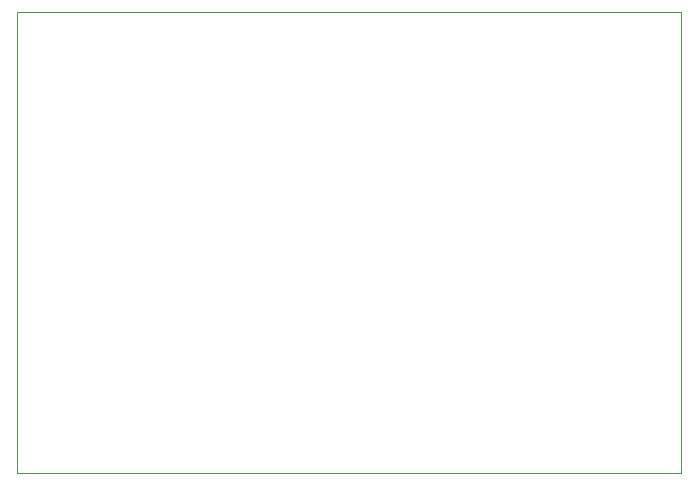
<source format=gm1>
G04 #@! TF.GenerationSoftware,KiCad,Pcbnew,(5.1.10-1-10_14)*
G04 #@! TF.CreationDate,2021-11-11T19:55:44+01:00*
G04 #@! TF.ProjectId,Demo Project 01,44656d6f-2050-4726-9f6a-656374203031,mk0*
G04 #@! TF.SameCoordinates,Original*
G04 #@! TF.FileFunction,Profile,NP*
%FSLAX46Y46*%
G04 Gerber Fmt 4.6, Leading zero omitted, Abs format (unit mm)*
G04 Created by KiCad (PCBNEW (5.1.10-1-10_14)) date 2021-11-11 19:55:44*
%MOMM*%
%LPD*%
G01*
G04 APERTURE LIST*
G04 #@! TA.AperFunction,Profile*
%ADD10C,0.050000*%
G04 #@! TD*
G04 APERTURE END LIST*
D10*
X73152000Y-146202400D02*
X129349500Y-146202400D01*
X73152000Y-107124500D02*
X129349500Y-107124500D01*
X73152000Y-146202400D02*
X73152000Y-107124500D01*
X129349500Y-107124500D02*
X129349500Y-146202400D01*
M02*

</source>
